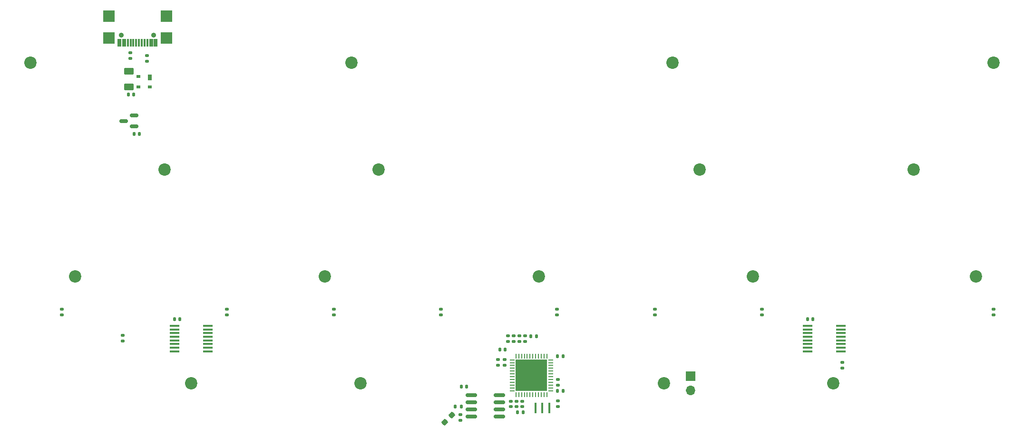
<source format=gbr>
%TF.GenerationSoftware,KiCad,Pcbnew,(7.0.0)*%
%TF.CreationDate,2023-03-04T16:47:29+01:00*%
%TF.ProjectId,travaulta,74726176-6175-46c7-9461-2e6b69636164,rev?*%
%TF.SameCoordinates,Original*%
%TF.FileFunction,Soldermask,Bot*%
%TF.FilePolarity,Negative*%
%FSLAX46Y46*%
G04 Gerber Fmt 4.6, Leading zero omitted, Abs format (unit mm)*
G04 Created by KiCad (PCBNEW (7.0.0)) date 2023-03-04 16:47:29*
%MOMM*%
%LPD*%
G01*
G04 APERTURE LIST*
G04 Aperture macros list*
%AMRoundRect*
0 Rectangle with rounded corners*
0 $1 Rounding radius*
0 $2 $3 $4 $5 $6 $7 $8 $9 X,Y pos of 4 corners*
0 Add a 4 corners polygon primitive as box body*
4,1,4,$2,$3,$4,$5,$6,$7,$8,$9,$2,$3,0*
0 Add four circle primitives for the rounded corners*
1,1,$1+$1,$2,$3*
1,1,$1+$1,$4,$5*
1,1,$1+$1,$6,$7*
1,1,$1+$1,$8,$9*
0 Add four rect primitives between the rounded corners*
20,1,$1+$1,$2,$3,$4,$5,0*
20,1,$1+$1,$4,$5,$6,$7,0*
20,1,$1+$1,$6,$7,$8,$9,0*
20,1,$1+$1,$8,$9,$2,$3,0*%
G04 Aperture macros list end*
%ADD10C,2.200000*%
%ADD11R,0.400000X1.900000*%
%ADD12RoundRect,0.140000X0.140000X0.170000X-0.140000X0.170000X-0.140000X-0.170000X0.140000X-0.170000X0*%
%ADD13RoundRect,0.140000X-0.140000X-0.170000X0.140000X-0.170000X0.140000X0.170000X-0.140000X0.170000X0*%
%ADD14RoundRect,0.140000X-0.170000X0.140000X-0.170000X-0.140000X0.170000X-0.140000X0.170000X0.140000X0*%
%ADD15RoundRect,0.150000X-0.825000X-0.150000X0.825000X-0.150000X0.825000X0.150000X-0.825000X0.150000X0*%
%ADD16RoundRect,0.135000X-0.185000X0.135000X-0.185000X-0.135000X0.185000X-0.135000X0.185000X0.135000X0*%
%ADD17RoundRect,0.135000X0.185000X-0.135000X0.185000X0.135000X-0.185000X0.135000X-0.185000X-0.135000X0*%
%ADD18RoundRect,0.135000X-0.135000X-0.185000X0.135000X-0.185000X0.135000X0.185000X-0.135000X0.185000X0*%
%ADD19RoundRect,0.062500X0.062500X-0.375000X0.062500X0.375000X-0.062500X0.375000X-0.062500X-0.375000X0*%
%ADD20RoundRect,0.062500X0.375000X-0.062500X0.375000X0.062500X-0.375000X0.062500X-0.375000X-0.062500X0*%
%ADD21R,5.600000X5.600000*%
%ADD22R,1.778000X0.419100*%
%ADD23RoundRect,0.135000X0.135000X0.185000X-0.135000X0.185000X-0.135000X-0.185000X0.135000X-0.185000X0*%
%ADD24RoundRect,0.250000X-0.625000X0.375000X-0.625000X-0.375000X0.625000X-0.375000X0.625000X0.375000X0*%
%ADD25R,0.700000X1.000000*%
%ADD26R,0.700000X0.600000*%
%ADD27RoundRect,0.140000X0.170000X-0.140000X0.170000X0.140000X-0.170000X0.140000X-0.170000X-0.140000X0*%
%ADD28R,1.700000X1.700000*%
%ADD29O,1.700000X1.700000*%
%ADD30RoundRect,0.150000X0.587500X0.150000X-0.587500X0.150000X-0.587500X-0.150000X0.587500X-0.150000X0*%
%ADD31RoundRect,0.237500X-0.008839X-0.344715X0.344715X0.008839X0.008839X0.344715X-0.344715X-0.008839X0*%
%ADD32C,0.900000*%
%ADD33RoundRect,0.050000X-0.300000X-0.650000X0.300000X-0.650000X0.300000X0.650000X-0.300000X0.650000X0*%
%ADD34RoundRect,0.050000X-0.150000X-0.650000X0.150000X-0.650000X0.150000X0.650000X-0.150000X0.650000X0*%
%ADD35RoundRect,0.050000X-1.000000X-1.000000X1.000000X-1.000000X1.000000X1.000000X-1.000000X1.000000X0*%
G04 APERTURE END LIST*
D10*
%TO.C,H2*%
X120650000Y-57150000D03*
%TD*%
%TO.C,H11*%
X153987500Y-95250000D03*
%TD*%
%TO.C,H1*%
X63500000Y-57150000D03*
%TD*%
%TO.C,H9*%
X71437500Y-95250000D03*
%TD*%
%TO.C,H13*%
X231775000Y-95250000D03*
%TD*%
%TO.C,H5*%
X87312500Y-76200000D03*
%TD*%
%TO.C,H10*%
X115887500Y-95250000D03*
%TD*%
%TO.C,H8*%
X220662500Y-76200000D03*
%TD*%
%TO.C,H15*%
X122237500Y-114300000D03*
%TD*%
%TO.C,H3*%
X177800000Y-57150000D03*
%TD*%
%TO.C,H17*%
X206375000Y-114300000D03*
%TD*%
%TO.C,H4*%
X234950000Y-57150000D03*
%TD*%
%TO.C,H6*%
X125412500Y-76200000D03*
%TD*%
%TO.C,H16*%
X176212500Y-114300000D03*
%TD*%
%TO.C,H12*%
X192087500Y-95250000D03*
%TD*%
%TO.C,H7*%
X182562500Y-76200000D03*
%TD*%
%TO.C,H14*%
X92075000Y-114300000D03*
%TD*%
D11*
%TO.C,Y1*%
X153415999Y-118744999D03*
X154615999Y-118744999D03*
X155815999Y-118744999D03*
%TD*%
D12*
%TO.C,C7*%
X147984000Y-108331000D03*
X147024000Y-108331000D03*
%TD*%
D13*
%TO.C,C12*%
X201831000Y-102870000D03*
X202791000Y-102870000D03*
%TD*%
D14*
%TO.C,C15*%
X149031000Y-117540000D03*
X149031000Y-118500000D03*
%TD*%
D15*
%TO.C,U5*%
X141985375Y-120269000D03*
X141985375Y-118999000D03*
X141985375Y-117729000D03*
X141985375Y-116459000D03*
X146935375Y-116459000D03*
X146935375Y-117729000D03*
X146935375Y-118999000D03*
X146935375Y-120269000D03*
%TD*%
D16*
%TO.C,R7*%
X146742000Y-110107000D03*
X146742000Y-111127000D03*
%TD*%
D17*
%TO.C,R11*%
X98425000Y-102110000D03*
X98425000Y-101090000D03*
%TD*%
D16*
%TO.C,R2*%
X151511000Y-105877000D03*
X151511000Y-106897000D03*
%TD*%
D13*
%TO.C,C9*%
X157311000Y-115663994D03*
X158271000Y-115663994D03*
%TD*%
D18*
%TO.C,R4*%
X152525000Y-105918000D03*
X153545000Y-105918000D03*
%TD*%
D19*
%TO.C,U1*%
X155404000Y-116340500D03*
X154904000Y-116340500D03*
X154404000Y-116340500D03*
X153904000Y-116340500D03*
X153404000Y-116340500D03*
X152904000Y-116340500D03*
X152404000Y-116340500D03*
X151904000Y-116340500D03*
X151404000Y-116340500D03*
X150904000Y-116340500D03*
X150404000Y-116340500D03*
X149904000Y-116340500D03*
D20*
X149216500Y-115653000D03*
X149216500Y-115153000D03*
X149216500Y-114653000D03*
X149216500Y-114153000D03*
X149216500Y-113653000D03*
X149216500Y-113153000D03*
X149216500Y-112653000D03*
X149216500Y-112153000D03*
X149216500Y-111653000D03*
X149216500Y-111153000D03*
X149216500Y-110653000D03*
X149216500Y-110153000D03*
D19*
X149904000Y-109465500D03*
X150404000Y-109465500D03*
X150904000Y-109465500D03*
X151404000Y-109465500D03*
X151904000Y-109465500D03*
X152404000Y-109465500D03*
X152904000Y-109465500D03*
X153404000Y-109465500D03*
X153904000Y-109465500D03*
X154404000Y-109465500D03*
X154904000Y-109465500D03*
X155404000Y-109465500D03*
D20*
X156091500Y-110153000D03*
X156091500Y-110653000D03*
X156091500Y-111153000D03*
X156091500Y-111653000D03*
X156091500Y-112153000D03*
X156091500Y-112653000D03*
X156091500Y-113153000D03*
X156091500Y-113653000D03*
X156091500Y-114153000D03*
X156091500Y-114653000D03*
X156091500Y-115153000D03*
X156091500Y-115653000D03*
D21*
X152653999Y-112902999D03*
%TD*%
D17*
%TO.C,R12*%
X157162500Y-102110000D03*
X157162500Y-101090000D03*
%TD*%
%TO.C,R15*%
X69088000Y-102110000D03*
X69088000Y-101090000D03*
%TD*%
D14*
%TO.C,C11*%
X151063000Y-117540000D03*
X151063000Y-118500000D03*
%TD*%
D17*
%TO.C,R13*%
X79883000Y-106809000D03*
X79883000Y-105789000D03*
%TD*%
D13*
%TO.C,C8*%
X157311000Y-109474000D03*
X158271000Y-109474000D03*
%TD*%
D17*
%TO.C,R10*%
X174625000Y-102110000D03*
X174625000Y-101090000D03*
%TD*%
D22*
%TO.C,U3*%
X207761839Y-104089199D03*
X207761839Y-104739439D03*
X207761839Y-105389679D03*
X207761839Y-106039919D03*
X207761839Y-106685079D03*
X207761839Y-107335319D03*
X207761839Y-107985559D03*
X207761839Y-108635799D03*
X201813159Y-108635799D03*
X201813159Y-107985559D03*
X201813159Y-107335319D03*
X201813159Y-106685079D03*
X201813159Y-106039919D03*
X201813159Y-105389679D03*
X201813159Y-104739439D03*
X201813159Y-104089199D03*
%TD*%
D17*
%TO.C,R1*%
X148463000Y-106897000D03*
X148463000Y-105877000D03*
%TD*%
%TO.C,R16*%
X234950000Y-102110000D03*
X234950000Y-101090000D03*
%TD*%
D12*
%TO.C,C14*%
X141130375Y-114935000D03*
X140170375Y-114935000D03*
%TD*%
D17*
%TO.C,R9*%
X149479000Y-106897000D03*
X149479000Y-105877000D03*
%TD*%
D13*
%TO.C,C13*%
X89107153Y-102878779D03*
X90067153Y-102878779D03*
%TD*%
D16*
%TO.C,R21*%
X140015375Y-119886000D03*
X140015375Y-120906000D03*
%TD*%
D13*
%TO.C,C5*%
X81943000Y-69850000D03*
X82903000Y-69850000D03*
%TD*%
D17*
%TO.C,R20*%
X193675000Y-102110000D03*
X193675000Y-101090000D03*
%TD*%
D23*
%TO.C,R23*%
X140144375Y-118491000D03*
X139124375Y-118491000D03*
%TD*%
D16*
%TO.C,R14*%
X207962500Y-110615000D03*
X207962500Y-111635000D03*
%TD*%
D18*
%TO.C,R6*%
X150169000Y-119507000D03*
X151189000Y-119507000D03*
%TD*%
D24*
%TO.C,F_USBC1*%
X80962500Y-58671000D03*
X80962500Y-61471000D03*
%TD*%
D25*
%TO.C,D1*%
X84692999Y-59828999D03*
D26*
X84692999Y-61528999D03*
X82692999Y-61528999D03*
X82692999Y-59628999D03*
%TD*%
D17*
%TO.C,R18*%
X81280000Y-56390000D03*
X81280000Y-55370000D03*
%TD*%
D16*
%TO.C,R3*%
X157410000Y-113663000D03*
X157410000Y-114683000D03*
%TD*%
%TO.C,R8*%
X150495000Y-105877000D03*
X150495000Y-106897000D03*
%TD*%
D27*
%TO.C,C1*%
X147885000Y-111097000D03*
X147885000Y-110137000D03*
%TD*%
D13*
%TO.C,C4*%
X80927000Y-62865000D03*
X81887000Y-62865000D03*
%TD*%
D22*
%TO.C,U4*%
X95049339Y-104089199D03*
X95049339Y-104739439D03*
X95049339Y-105389679D03*
X95049339Y-106039919D03*
X95049339Y-106685079D03*
X95049339Y-107335319D03*
X95049339Y-107985559D03*
X95049339Y-108635799D03*
X89100659Y-108635799D03*
X89100659Y-107985559D03*
X89100659Y-107335319D03*
X89100659Y-106685079D03*
X89100659Y-106039919D03*
X89100659Y-105389679D03*
X89100659Y-104739439D03*
X89100659Y-104089199D03*
%TD*%
D28*
%TO.C,SW38*%
X180974999Y-113024999D03*
D29*
X180974999Y-115564999D03*
%TD*%
D14*
%TO.C,C6*%
X157410000Y-117503000D03*
X157410000Y-118463000D03*
%TD*%
D30*
%TO.C,U2*%
X81963500Y-66614000D03*
X81963500Y-68514000D03*
X80088500Y-67564000D03*
%TD*%
D31*
%TO.C,JP1*%
X137211140Y-121295235D03*
X138501610Y-120004765D03*
%TD*%
D32*
%TO.C,USB1*%
X79660000Y-52264000D03*
X85440000Y-52264000D03*
D33*
X79350000Y-53624000D03*
X80150000Y-53624000D03*
D34*
X80800000Y-53624000D03*
X81300000Y-53624000D03*
X81800000Y-53624000D03*
X82300000Y-53624000D03*
X82800000Y-53624000D03*
X83300000Y-53624000D03*
X83800000Y-53624000D03*
X84300000Y-53624000D03*
D33*
X84950000Y-53624000D03*
X85750000Y-53624000D03*
D35*
X77430000Y-48864000D03*
X77430000Y-52764000D03*
X87670000Y-48864000D03*
X87670000Y-52764000D03*
%TD*%
D17*
%TO.C,R19*%
X136525000Y-102110000D03*
X136525000Y-101090000D03*
%TD*%
D16*
%TO.C,R24*%
X84201000Y-55880000D03*
X84201000Y-56900000D03*
%TD*%
D14*
%TO.C,C10*%
X150047000Y-117540000D03*
X150047000Y-118500000D03*
%TD*%
D17*
%TO.C,R17*%
X117475000Y-102110000D03*
X117475000Y-101090000D03*
%TD*%
M02*

</source>
